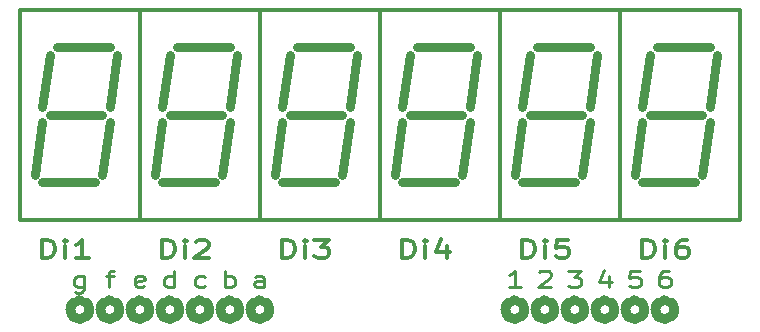
<source format=gbr>
G04 #@! TF.GenerationSoftware,KiCad,Pcbnew,(5.1.4)-1*
G04 #@! TF.CreationDate,2020-10-11T13:11:02+02:00*
G04 #@! TF.ProjectId,junior-computer-display,6a756e69-6f72-42d6-936f-6d7075746572,rev?*
G04 #@! TF.SameCoordinates,Original*
G04 #@! TF.FileFunction,Legend,Top*
G04 #@! TF.FilePolarity,Positive*
%FSLAX46Y46*%
G04 Gerber Fmt 4.6, Leading zero omitted, Abs format (unit mm)*
G04 Created by KiCad (PCBNEW (5.1.4)-1) date 2020-10-11 13:11:02*
%MOMM*%
%LPD*%
G04 APERTURE LIST*
%ADD10C,0.850000*%
%ADD11C,0.800000*%
%ADD12C,0.300000*%
%ADD13C,0.250000*%
%ADD14C,0.375000*%
G04 APERTURE END LIST*
D10*
X164630000Y-107950000D02*
G75*
G03X164630000Y-107950000I-800000J0D01*
G01*
X167170000Y-107950000D02*
G75*
G03X167170000Y-107950000I-800000J0D01*
G01*
X162090000Y-107950000D02*
G75*
G03X162090000Y-107950000I-800000J0D01*
G01*
X157010000Y-107950000D02*
G75*
G03X157010000Y-107950000I-800000J0D01*
G01*
X169710000Y-107950000D02*
G75*
G03X169710000Y-107950000I-800000J0D01*
G01*
X159550000Y-107950000D02*
G75*
G03X159550000Y-107950000I-800000J0D01*
G01*
X135420000Y-107950000D02*
G75*
G03X135420000Y-107950000I-800000J0D01*
G01*
X132880000Y-107950000D02*
G75*
G03X132880000Y-107950000I-800000J0D01*
G01*
X130340000Y-107950000D02*
G75*
G03X130340000Y-107950000I-800000J0D01*
G01*
X127800000Y-107950000D02*
G75*
G03X127800000Y-107950000I-800000J0D01*
G01*
X125260000Y-107950000D02*
G75*
G03X125260000Y-107950000I-800000J0D01*
G01*
X122720000Y-107950000D02*
G75*
G03X122720000Y-107950000I-800000J0D01*
G01*
X120180000Y-107950000D02*
G75*
G03X120180000Y-107950000I-800000J0D01*
G01*
D11*
X120650000Y-97155000D02*
X116205000Y-97155000D01*
X121285000Y-91440000D02*
X116840000Y-91440000D01*
X121920000Y-85725000D02*
X117475000Y-85725000D01*
X121920000Y-90805000D02*
X122555000Y-86360000D01*
X121285000Y-96520000D02*
X121920000Y-92075000D01*
X116205000Y-90805000D02*
X116840000Y-86360000D01*
X115570000Y-96520000D02*
X116205000Y-92075000D01*
D12*
X114300000Y-100330000D02*
X114300000Y-82550000D01*
X124460000Y-100330000D02*
X114300000Y-100330000D01*
X124460000Y-82550000D02*
X124460000Y-100330000D01*
X114300000Y-82550000D02*
X124460000Y-82550000D01*
D11*
X130810000Y-97155000D02*
X126365000Y-97155000D01*
X131445000Y-91440000D02*
X127000000Y-91440000D01*
X132080000Y-85725000D02*
X127635000Y-85725000D01*
X132080000Y-90805000D02*
X132715000Y-86360000D01*
X131445000Y-96520000D02*
X132080000Y-92075000D01*
X126365000Y-90805000D02*
X127000000Y-86360000D01*
X125730000Y-96520000D02*
X126365000Y-92075000D01*
D12*
X124460000Y-100330000D02*
X124460000Y-82550000D01*
X134620000Y-100330000D02*
X124460000Y-100330000D01*
X134620000Y-82550000D02*
X134620000Y-100330000D01*
X124460000Y-82550000D02*
X134620000Y-82550000D01*
D11*
X140970000Y-97155000D02*
X136525000Y-97155000D01*
X141605000Y-91440000D02*
X137160000Y-91440000D01*
X142240000Y-85725000D02*
X137795000Y-85725000D01*
X142240000Y-90805000D02*
X142875000Y-86360000D01*
X141605000Y-96520000D02*
X142240000Y-92075000D01*
X136525000Y-90805000D02*
X137160000Y-86360000D01*
X135890000Y-96520000D02*
X136525000Y-92075000D01*
D12*
X134620000Y-100330000D02*
X134620000Y-82550000D01*
X144780000Y-100330000D02*
X134620000Y-100330000D01*
X144780000Y-82550000D02*
X144780000Y-100330000D01*
X134620000Y-82550000D02*
X144780000Y-82550000D01*
D11*
X151130000Y-97155000D02*
X146685000Y-97155000D01*
X151765000Y-91440000D02*
X147320000Y-91440000D01*
X152400000Y-85725000D02*
X147955000Y-85725000D01*
X152400000Y-90805000D02*
X153035000Y-86360000D01*
X151765000Y-96520000D02*
X152400000Y-92075000D01*
X146685000Y-90805000D02*
X147320000Y-86360000D01*
X146050000Y-96520000D02*
X146685000Y-92075000D01*
D12*
X144780000Y-100330000D02*
X144780000Y-82550000D01*
X154940000Y-100330000D02*
X144780000Y-100330000D01*
X154940000Y-82550000D02*
X154940000Y-100330000D01*
X144780000Y-82550000D02*
X154940000Y-82550000D01*
D11*
X161290000Y-97155000D02*
X156845000Y-97155000D01*
X161925000Y-91440000D02*
X157480000Y-91440000D01*
X162560000Y-85725000D02*
X158115000Y-85725000D01*
X162560000Y-90805000D02*
X163195000Y-86360000D01*
X161925000Y-96520000D02*
X162560000Y-92075000D01*
X156845000Y-90805000D02*
X157480000Y-86360000D01*
X156210000Y-96520000D02*
X156845000Y-92075000D01*
D12*
X154940000Y-100330000D02*
X154940000Y-82550000D01*
X165100000Y-100330000D02*
X154940000Y-100330000D01*
X165100000Y-82550000D02*
X165100000Y-100330000D01*
X154940000Y-82550000D02*
X165100000Y-82550000D01*
D11*
X171450000Y-97155000D02*
X167005000Y-97155000D01*
X172085000Y-91440000D02*
X167640000Y-91440000D01*
X172720000Y-85725000D02*
X168275000Y-85725000D01*
X172720000Y-90805000D02*
X173355000Y-86360000D01*
X172085000Y-96520000D02*
X172720000Y-92075000D01*
X167005000Y-90805000D02*
X167640000Y-86360000D01*
X166370000Y-96520000D02*
X167005000Y-92075000D01*
D12*
X165100000Y-100330000D02*
X165100000Y-82550000D01*
X175260000Y-100330000D02*
X165100000Y-100330000D01*
X175260000Y-82550000D02*
X175260000Y-100330000D01*
X165100000Y-82550000D02*
X175260000Y-82550000D01*
D13*
X158235714Y-104776666D02*
X158321428Y-104710000D01*
X158492857Y-104643333D01*
X158921428Y-104643333D01*
X159092857Y-104710000D01*
X159178571Y-104776666D01*
X159264285Y-104910000D01*
X159264285Y-105043333D01*
X159178571Y-105243333D01*
X158150000Y-106043333D01*
X159264285Y-106043333D01*
X156724285Y-106043333D02*
X155695714Y-106043333D01*
X156210000Y-106043333D02*
X156210000Y-104643333D01*
X156038571Y-104843333D01*
X155867142Y-104976666D01*
X155695714Y-105043333D01*
X169252857Y-104643333D02*
X168910000Y-104643333D01*
X168738571Y-104710000D01*
X168652857Y-104776666D01*
X168481428Y-104976666D01*
X168395714Y-105243333D01*
X168395714Y-105776666D01*
X168481428Y-105910000D01*
X168567142Y-105976666D01*
X168738571Y-106043333D01*
X169081428Y-106043333D01*
X169252857Y-105976666D01*
X169338571Y-105910000D01*
X169424285Y-105776666D01*
X169424285Y-105443333D01*
X169338571Y-105310000D01*
X169252857Y-105243333D01*
X169081428Y-105176666D01*
X168738571Y-105176666D01*
X168567142Y-105243333D01*
X168481428Y-105310000D01*
X168395714Y-105443333D01*
X164172857Y-105110000D02*
X164172857Y-106043333D01*
X163744285Y-104576666D02*
X163315714Y-105576666D01*
X164430000Y-105576666D01*
X160690000Y-104643333D02*
X161804285Y-104643333D01*
X161204285Y-105176666D01*
X161461428Y-105176666D01*
X161632857Y-105243333D01*
X161718571Y-105310000D01*
X161804285Y-105443333D01*
X161804285Y-105776666D01*
X161718571Y-105910000D01*
X161632857Y-105976666D01*
X161461428Y-106043333D01*
X160947142Y-106043333D01*
X160775714Y-105976666D01*
X160690000Y-105910000D01*
X166798571Y-104643333D02*
X165941428Y-104643333D01*
X165855714Y-105310000D01*
X165941428Y-105243333D01*
X166112857Y-105176666D01*
X166541428Y-105176666D01*
X166712857Y-105243333D01*
X166798571Y-105310000D01*
X166884285Y-105443333D01*
X166884285Y-105776666D01*
X166798571Y-105910000D01*
X166712857Y-105976666D01*
X166541428Y-106043333D01*
X166112857Y-106043333D01*
X165941428Y-105976666D01*
X165855714Y-105910000D01*
X119765714Y-105110000D02*
X119765714Y-106243333D01*
X119680000Y-106376666D01*
X119594285Y-106443333D01*
X119422857Y-106510000D01*
X119165714Y-106510000D01*
X118994285Y-106443333D01*
X119765714Y-105976666D02*
X119594285Y-106043333D01*
X119251428Y-106043333D01*
X119080000Y-105976666D01*
X118994285Y-105910000D01*
X118908571Y-105776666D01*
X118908571Y-105376666D01*
X118994285Y-105243333D01*
X119080000Y-105176666D01*
X119251428Y-105110000D01*
X119594285Y-105110000D01*
X119765714Y-105176666D01*
X121577142Y-105110000D02*
X122262857Y-105110000D01*
X121834285Y-106043333D02*
X121834285Y-104843333D01*
X121920000Y-104710000D01*
X122091428Y-104643333D01*
X122262857Y-104643333D01*
X124802857Y-105976666D02*
X124631428Y-106043333D01*
X124288571Y-106043333D01*
X124117142Y-105976666D01*
X124031428Y-105843333D01*
X124031428Y-105310000D01*
X124117142Y-105176666D01*
X124288571Y-105110000D01*
X124631428Y-105110000D01*
X124802857Y-105176666D01*
X124888571Y-105310000D01*
X124888571Y-105443333D01*
X124031428Y-105576666D01*
X127385714Y-106043333D02*
X127385714Y-104643333D01*
X127385714Y-105976666D02*
X127214285Y-106043333D01*
X126871428Y-106043333D01*
X126700000Y-105976666D01*
X126614285Y-105910000D01*
X126528571Y-105776666D01*
X126528571Y-105376666D01*
X126614285Y-105243333D01*
X126700000Y-105176666D01*
X126871428Y-105110000D01*
X127214285Y-105110000D01*
X127385714Y-105176666D01*
X129968571Y-105976666D02*
X129797142Y-106043333D01*
X129454285Y-106043333D01*
X129282857Y-105976666D01*
X129197142Y-105910000D01*
X129111428Y-105776666D01*
X129111428Y-105376666D01*
X129197142Y-105243333D01*
X129282857Y-105176666D01*
X129454285Y-105110000D01*
X129797142Y-105110000D01*
X129968571Y-105176666D01*
X131694285Y-106043333D02*
X131694285Y-104643333D01*
X131694285Y-105176666D02*
X131865714Y-105110000D01*
X132208571Y-105110000D01*
X132380000Y-105176666D01*
X132465714Y-105243333D01*
X132551428Y-105376666D01*
X132551428Y-105776666D01*
X132465714Y-105910000D01*
X132380000Y-105976666D01*
X132208571Y-106043333D01*
X131865714Y-106043333D01*
X131694285Y-105976666D01*
X135005714Y-106043333D02*
X135005714Y-105310000D01*
X134920000Y-105176666D01*
X134748571Y-105110000D01*
X134405714Y-105110000D01*
X134234285Y-105176666D01*
X135005714Y-105976666D02*
X134834285Y-106043333D01*
X134405714Y-106043333D01*
X134234285Y-105976666D01*
X134148571Y-105843333D01*
X134148571Y-105710000D01*
X134234285Y-105576666D01*
X134405714Y-105510000D01*
X134834285Y-105510000D01*
X135005714Y-105443333D01*
D14*
X116157619Y-103548571D02*
X116157619Y-102048571D01*
X116633809Y-102048571D01*
X116919523Y-102120000D01*
X117110000Y-102262857D01*
X117205238Y-102405714D01*
X117300476Y-102691428D01*
X117300476Y-102905714D01*
X117205238Y-103191428D01*
X117110000Y-103334285D01*
X116919523Y-103477142D01*
X116633809Y-103548571D01*
X116157619Y-103548571D01*
X118157619Y-103548571D02*
X118157619Y-102548571D01*
X118157619Y-102048571D02*
X118062380Y-102120000D01*
X118157619Y-102191428D01*
X118252857Y-102120000D01*
X118157619Y-102048571D01*
X118157619Y-102191428D01*
X120157619Y-103548571D02*
X119014761Y-103548571D01*
X119586190Y-103548571D02*
X119586190Y-102048571D01*
X119395714Y-102262857D01*
X119205238Y-102405714D01*
X119014761Y-102477142D01*
X126317619Y-103548571D02*
X126317619Y-102048571D01*
X126793809Y-102048571D01*
X127079523Y-102120000D01*
X127270000Y-102262857D01*
X127365238Y-102405714D01*
X127460476Y-102691428D01*
X127460476Y-102905714D01*
X127365238Y-103191428D01*
X127270000Y-103334285D01*
X127079523Y-103477142D01*
X126793809Y-103548571D01*
X126317619Y-103548571D01*
X128317619Y-103548571D02*
X128317619Y-102548571D01*
X128317619Y-102048571D02*
X128222380Y-102120000D01*
X128317619Y-102191428D01*
X128412857Y-102120000D01*
X128317619Y-102048571D01*
X128317619Y-102191428D01*
X129174761Y-102191428D02*
X129270000Y-102120000D01*
X129460476Y-102048571D01*
X129936666Y-102048571D01*
X130127142Y-102120000D01*
X130222380Y-102191428D01*
X130317619Y-102334285D01*
X130317619Y-102477142D01*
X130222380Y-102691428D01*
X129079523Y-103548571D01*
X130317619Y-103548571D01*
X136477619Y-103548571D02*
X136477619Y-102048571D01*
X136953809Y-102048571D01*
X137239523Y-102120000D01*
X137430000Y-102262857D01*
X137525238Y-102405714D01*
X137620476Y-102691428D01*
X137620476Y-102905714D01*
X137525238Y-103191428D01*
X137430000Y-103334285D01*
X137239523Y-103477142D01*
X136953809Y-103548571D01*
X136477619Y-103548571D01*
X138477619Y-103548571D02*
X138477619Y-102548571D01*
X138477619Y-102048571D02*
X138382380Y-102120000D01*
X138477619Y-102191428D01*
X138572857Y-102120000D01*
X138477619Y-102048571D01*
X138477619Y-102191428D01*
X139239523Y-102048571D02*
X140477619Y-102048571D01*
X139810952Y-102620000D01*
X140096666Y-102620000D01*
X140287142Y-102691428D01*
X140382380Y-102762857D01*
X140477619Y-102905714D01*
X140477619Y-103262857D01*
X140382380Y-103405714D01*
X140287142Y-103477142D01*
X140096666Y-103548571D01*
X139525238Y-103548571D01*
X139334761Y-103477142D01*
X139239523Y-103405714D01*
X146637619Y-103548571D02*
X146637619Y-102048571D01*
X147113809Y-102048571D01*
X147399523Y-102120000D01*
X147590000Y-102262857D01*
X147685238Y-102405714D01*
X147780476Y-102691428D01*
X147780476Y-102905714D01*
X147685238Y-103191428D01*
X147590000Y-103334285D01*
X147399523Y-103477142D01*
X147113809Y-103548571D01*
X146637619Y-103548571D01*
X148637619Y-103548571D02*
X148637619Y-102548571D01*
X148637619Y-102048571D02*
X148542380Y-102120000D01*
X148637619Y-102191428D01*
X148732857Y-102120000D01*
X148637619Y-102048571D01*
X148637619Y-102191428D01*
X150447142Y-102548571D02*
X150447142Y-103548571D01*
X149970952Y-101977142D02*
X149494761Y-103048571D01*
X150732857Y-103048571D01*
X156797619Y-103548571D02*
X156797619Y-102048571D01*
X157273809Y-102048571D01*
X157559523Y-102120000D01*
X157750000Y-102262857D01*
X157845238Y-102405714D01*
X157940476Y-102691428D01*
X157940476Y-102905714D01*
X157845238Y-103191428D01*
X157750000Y-103334285D01*
X157559523Y-103477142D01*
X157273809Y-103548571D01*
X156797619Y-103548571D01*
X158797619Y-103548571D02*
X158797619Y-102548571D01*
X158797619Y-102048571D02*
X158702380Y-102120000D01*
X158797619Y-102191428D01*
X158892857Y-102120000D01*
X158797619Y-102048571D01*
X158797619Y-102191428D01*
X160702380Y-102048571D02*
X159750000Y-102048571D01*
X159654761Y-102762857D01*
X159750000Y-102691428D01*
X159940476Y-102620000D01*
X160416666Y-102620000D01*
X160607142Y-102691428D01*
X160702380Y-102762857D01*
X160797619Y-102905714D01*
X160797619Y-103262857D01*
X160702380Y-103405714D01*
X160607142Y-103477142D01*
X160416666Y-103548571D01*
X159940476Y-103548571D01*
X159750000Y-103477142D01*
X159654761Y-103405714D01*
X166957619Y-103548571D02*
X166957619Y-102048571D01*
X167433809Y-102048571D01*
X167719523Y-102120000D01*
X167910000Y-102262857D01*
X168005238Y-102405714D01*
X168100476Y-102691428D01*
X168100476Y-102905714D01*
X168005238Y-103191428D01*
X167910000Y-103334285D01*
X167719523Y-103477142D01*
X167433809Y-103548571D01*
X166957619Y-103548571D01*
X168957619Y-103548571D02*
X168957619Y-102548571D01*
X168957619Y-102048571D02*
X168862380Y-102120000D01*
X168957619Y-102191428D01*
X169052857Y-102120000D01*
X168957619Y-102048571D01*
X168957619Y-102191428D01*
X170767142Y-102048571D02*
X170386190Y-102048571D01*
X170195714Y-102120000D01*
X170100476Y-102191428D01*
X169910000Y-102405714D01*
X169814761Y-102691428D01*
X169814761Y-103262857D01*
X169910000Y-103405714D01*
X170005238Y-103477142D01*
X170195714Y-103548571D01*
X170576666Y-103548571D01*
X170767142Y-103477142D01*
X170862380Y-103405714D01*
X170957619Y-103262857D01*
X170957619Y-102905714D01*
X170862380Y-102762857D01*
X170767142Y-102691428D01*
X170576666Y-102620000D01*
X170195714Y-102620000D01*
X170005238Y-102691428D01*
X169910000Y-102762857D01*
X169814761Y-102905714D01*
M02*

</source>
